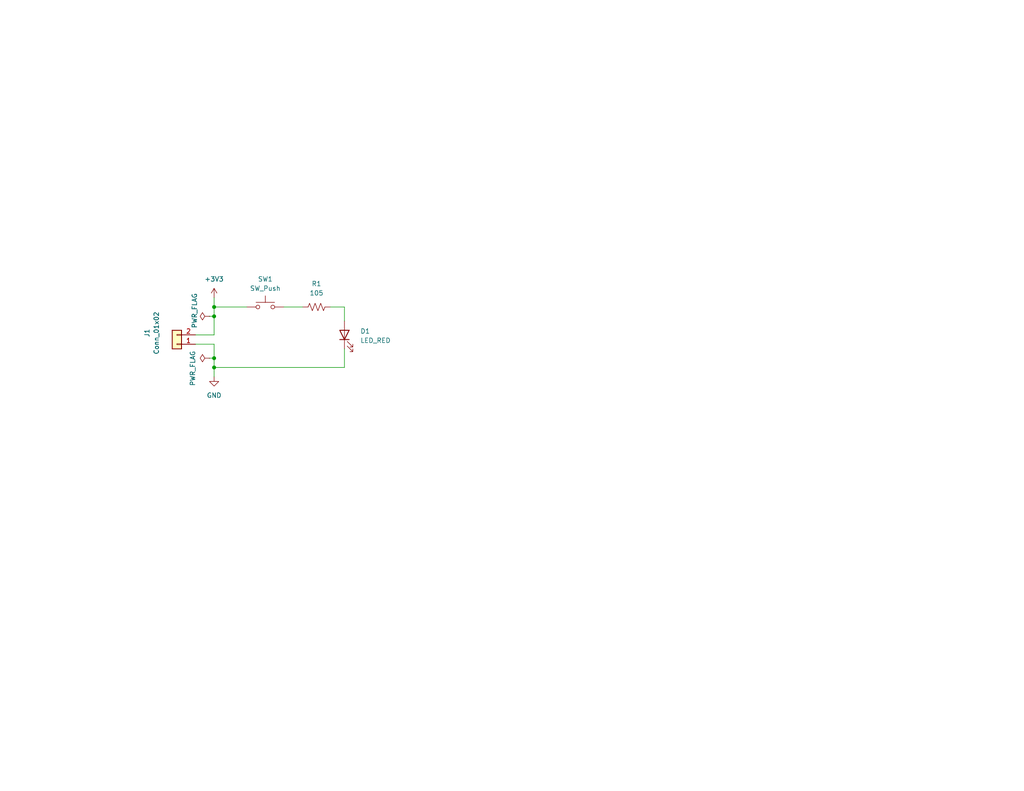
<source format=kicad_sch>
(kicad_sch (version 20231120) (generator "eeschema") (generator_version "8.0")
  (paper "USLetter")
  (title_block (title "LED") (date "2024-09-22") (rev "1.0") (company "Illini Solar Car") (comment 1 "Designed By: Abhay Pokhriyal"))
  (lib_symbols
    (symbol "Connector_Generic:Conn_01x02" (pin_names (offset 1.016) hide)
      (property "Reference" "J" (at 0 2.54 0))
      (property "Value" "Conn_01x02" (at 0 -5.08 0))
      (symbol "Conn_01x02_1_1"
        (rectangle (start -1.27 -2.413) (end 0 -2.667) (stroke (width 0.1524)))
        (rectangle (start -1.27 0.127) (end 0 -0.127) (stroke (width 0.1524)))
        (rectangle (start -1.27 1.27) (end 1.27 -3.81) (stroke (width 0.254)) (fill (type background)))
        (pin passive line (at -5.08 0 0) (length 3.81) (name "Pin_1") (number "1"))
        (pin passive line (at -5.08 -2.54 0) (length 3.81) (name "Pin_2") (number "2"))
      )
    )
    (symbol "Switch:SW_Push" (pin_numbers hide) (pin_names (offset 1.016) hide)
      (property "Reference" "SW" (at 1.27 2.54 0))
      (property "Value" "SW_Push" (at 0 -1.524 0))
      (symbol "SW_Push_0_1"
        (circle (center -2.032 0) (radius 0.508))
        (polyline (pts (xy 0 1.27) (xy 0 3.048)))
        (polyline (pts (xy 2.54 1.27) (xy -2.54 1.27)))
        (circle (center 2.032 0) (radius 0.508))
        (pin passive line (at -5.08 0 0) (length 2.54) (name "1") (number "1"))
        (pin passive line (at 5.08 0 180) (length 2.54) (name "2") (number "2"))
      )
    )
    (symbol "device:LED" (pin_numbers hide) (pin_names (offset 1.016) hide)
      (property "Reference" "D" (at 0 2.54 0))
      (property "Value" "LED" (at 0 -2.54 0))
      (symbol "LED_0_1"
        (polyline (pts (xy -1.27 -1.27) (xy -1.27 1.27)) (stroke (width 0.254)))
        (polyline (pts (xy -1.27 0) (xy 1.27 0)))
        (polyline (pts (xy 1.27 -1.27) (xy 1.27 1.27) (xy -1.27 0) (xy 1.27 -1.27)) (stroke (width 0.254)))
        (polyline (pts (xy -3.048 -0.762) (xy -4.572 -2.286) (xy -3.81 -2.286) (xy -4.572 -2.286) (xy -4.572 -1.524)))
        (polyline (pts (xy -1.778 -0.762) (xy -3.302 -2.286) (xy -2.54 -2.286) (xy -3.302 -2.286) (xy -3.302 -1.524)))
      )
      (symbol "LED_1_1"
        (pin passive line (at -3.81 0 0) (length 2.54) (name "K") (number "1"))
        (pin passive line (at 3.81 0 180) (length 2.54) (name "A") (number "2"))
      )
    )
    (symbol "device:R_US" (pin_numbers hide) (pin_names (offset 0))
      (property "Reference" "R" (at 2.54 0 90))
      (property "Value" "R_US" (at -2.54 0 90))
      (symbol "R_US_0_1"
        (polyline (pts (xy 0 -2.286) (xy 0 -2.54)))
        (polyline (pts (xy 0 2.286) (xy 0 2.54)))
        (polyline (pts (xy 0 -0.762) (xy 1.016 -1.143) (xy 0 -1.524) (xy -1.016 -1.905) (xy 0 -2.286)))
        (polyline (pts (xy 0 0.762) (xy 1.016 0.381) (xy 0 0) (xy -1.016 -0.381) (xy 0 -0.762)))
        (polyline (pts (xy 0 2.286) (xy 1.016 1.905) (xy 0 1.524) (xy -1.016 1.143) (xy 0 0.762)))
      )
      (symbol "R_US_1_1"
        (pin passive line (at 0 3.81 270) (length 1.27) (name "~") (number "1"))
        (pin passive line (at 0 -3.81 90) (length 1.27) (name "~") (number "2"))
      )
    )
    (symbol "power:+3V3" (power) (pin_names (offset 0))
      (property "Value" "+3V3" (at 0 3.556 0))
      (symbol "+3V3_0_1"
        (polyline (pts (xy -0.762 1.27) (xy 0 2.54)))
        (polyline (pts (xy 0 0) (xy 0 2.54)))
        (polyline (pts (xy 0 2.54) (xy 0.762 1.27)))
      )
      (symbol "+3V3_1_1"
        (pin power_in line (at 0 0 90) (length 0) hide (name "+3V3") (number "1"))
      )
    )
    (symbol "power:GND" (power) (pin_names (offset 0))
      (property "Value" "GND" (at 0 -3.81 0))
      (symbol "GND_0_1"
        (polyline (pts (xy 0 0) (xy 0 -1.27) (xy 1.27 -1.27) (xy 0 -2.54) (xy -1.27 -1.27) (xy 0 -1.27)))
      )
      (symbol "GND_1_1"
        (pin power_in line (at 0 0 270) (length 0) hide (name "GND") (number "1"))
      )
    )
    (symbol "power:PWR_FLAG" (power) (pin_numbers hide) (pin_names (offset 0) hide)
      (property "Value" "PWR_FLAG" (at 0 3.81 0))
      (symbol "PWR_FLAG_0_0"
        (pin power_out line (at 0 0 90) (length 0) (name "pwr") (number "1"))
      )
      (symbol "PWR_FLAG_0_1"
        (polyline (pts (xy 0 0) (xy 0 1.27) (xy -1.016 1.905) (xy 0 2.54) (xy 1.016 1.905) (xy 0 1.27)))
      )
    )
  )
  (junction (at 58.42 100.33))
  (junction (at 58.42 86.36))
  (junction (at 58.42 97.79))
  (junction (at 58.42 83.82))
  (wire (pts (xy 77.47 83.82) (xy 82.55 83.82)))
  (wire (pts (xy 53.34 91.44) (xy 58.42 91.44)))
  (wire (pts (xy 58.42 93.98) (xy 53.34 93.98)))
  (wire (pts (xy 58.42 93.98) (xy 58.42 97.79)))
  (wire (pts (xy 58.42 86.36) (xy 58.42 83.82)))
  (wire (pts (xy 93.98 95.25) (xy 93.98 100.33)))
  (wire (pts (xy 58.42 100.33) (xy 93.98 100.33)))
  (wire (pts (xy 58.42 86.36) (xy 58.42 91.44)))
  (wire (pts (xy 93.98 83.82) (xy 93.98 87.63)))
  (wire (pts (xy 58.42 97.79) (xy 58.42 100.33)))
  (wire (pts (xy 57.15 97.79) (xy 58.42 97.79)))
  (wire (pts (xy 58.42 81.28) (xy 58.42 83.82)))
  (wire (pts (xy 58.42 100.33) (xy 58.42 102.87)))
  (wire (pts (xy 90.17 83.82) (xy 93.98 83.82)))
  (wire (pts (xy 57.15 86.36) (xy 58.42 86.36)))
  (wire (pts (xy 58.42 83.82) (xy 67.31 83.82)))
  (symbol (lib_id "power:GND") (at 58.42 102.87 0) (unit 1)
    (property "Reference" "#PWR02" (effects (hide yes)))
    (property "Value" "GND" (at 58.42 107.95 0))
    (property "Description" "Power symbol creates a global label with name \"GND\" , ground" (effects (hide yes)))
  )
  (symbol (lib_id "power:+3V3") (at 58.42 81.28 0) (unit 1)
    (property "Reference" "#PWR01" (effects (hide yes)))
    (property "Value" "+3V3" (at 58.42 76.2 0))
    (property "Description" "Power symbol creates a global label with name \"+3V3\"" (effects (hide yes)))
  )
  (symbol (lib_id "device:LED") (at 93.98 91.44 90) (unit 1)
    (property "Reference" "D1" (at 98.298 90.424 90) (effects (justify right)))
    (property "Value" "LED_RED" (at 98.298 92.964 90) (effects (justify right)))
    (property "Footprint" "layout:LED_0603_Symbol_on_F.SilkS" (effects (hide yes)))
    (property "Description" "Light emitting diode" (effects (hide yes)))
  )
  (symbol (lib_id "device:R_US") (at 86.36 83.82 90) (unit 1)
    (property "Reference" "R1" (at 86.36 77.47 90))
    (property "Value" "105" (at 86.36 80.01 90))
    (property "Footprint" "Resistor_SMD:R_0603_1608Metric_Pad0.98x0.95mm_HandSolder" (effects (hide yes)))
    (property "Description" "Resistor, US symbol" (effects (hide yes)))
  )
  (symbol (lib_id "power:PWR_FLAG") (at 57.15 97.79 90) (unit 1)
    (property "Reference" "#FLG02" (effects (hide yes)))
    (property "Value" "PWR_FLAG" (at 52.578 105.41 0) (effects (justify left)))
    (property "Description" "Special symbol for telling ERC where power comes from" (effects (hide yes)))
  )
  (symbol (lib_id "Connector_Generic:Conn_01x02") (at 48.26 93.98 180) (unit 1)
    (property "Reference" "J1" (at 40.132 90.932 90))
    (property "Value" "Conn_01x02" (at 42.672 90.932 90))
    (property "Footprint" "Connector_Molex:Molex_KK-254_AE-6410-02A_1x02_P2.54mm_Vertical" (effects (hide yes)))
    (property "Datasheet" "https://www.molex.com/content/dam/molex/molex-dot-com/products/automated/en-us/salesdrawingpdf/641/6410/022272021_sd.pdf?inline" (effects (hide yes)))
    (property "Description" "Generic connector, single row, 01x02, script generated (kicad-library-utils/schlib/autogen/connector/)" (effects (hide yes)))
    (property "MPN" "022272021" (effects (hide yes)))
  )
  (symbol (lib_id "Switch:SW_Push") (at 72.39 83.82 0) (unit 1)
    (property "Reference" "SW1" (at 72.39 76.2 0))
    (property "Value" "SW_Push" (at 72.39 78.74 0))
    (property "Footprint" "Button_Switch_SMD:SW_DIP_SPSTx01_Slide_6.7x4.1mm_W8.61mm_P2.54mm_LowProfile" (effects (hide yes)))
    (property "Datasheet" "https://www.te.com/usa-en/product-1825910-6.datasheet.pdf" (effects (hide yes)))
    (property "Description" "Push button switch, generic, two pins" (effects (hide yes)))
    (property "MPN" "  1825910-6" (effects (hide yes)))
  )
  (symbol (lib_id "power:PWR_FLAG") (at 57.15 86.36 90) (unit 1)
    (property "Reference" "#FLG01" (effects (hide yes)))
    (property "Value" "PWR_FLAG" (at 53.086 89.662 0) (effects (justify left)))
    (property "Description" "Special symbol for telling ERC where power comes from" (effects (hide yes)))
  )
)
</source>
